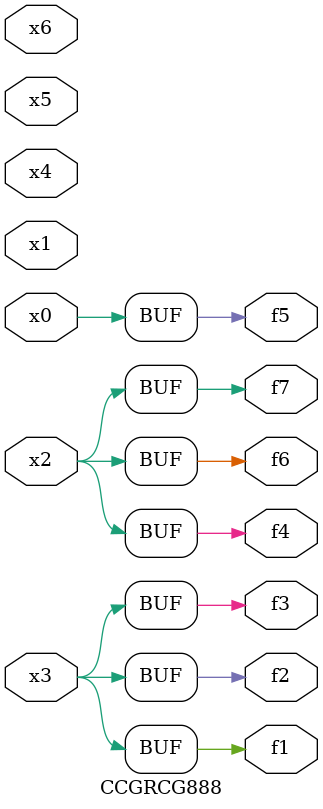
<source format=v>
module CCGRCG888(
	input x0, x1, x2, x3, x4, x5, x6,
	output f1, f2, f3, f4, f5, f6, f7
);
	assign f1 = x3;
	assign f2 = x3;
	assign f3 = x3;
	assign f4 = x2;
	assign f5 = x0;
	assign f6 = x2;
	assign f7 = x2;
endmodule

</source>
